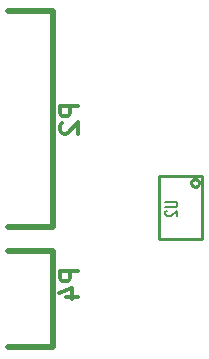
<source format=gbo>
G04 (created by PCBNEW-RS274X (2011-nov-30)-testing) date Fri 09 Dec 2011 12:36:33 PM CST*
G01*
G70*
G90*
%MOIN*%
G04 Gerber Fmt 3.4, Leading zero omitted, Abs format*
%FSLAX34Y34*%
G04 APERTURE LIST*
%ADD10C,0.006000*%
%ADD11C,0.010000*%
%ADD12C,0.020000*%
%ADD13C,0.007500*%
%ADD14C,0.012000*%
G04 APERTURE END LIST*
G54D10*
G54D11*
X05230Y-14080D02*
X05230Y-16180D01*
X05230Y-16180D02*
X06680Y-16180D01*
X06680Y-16180D02*
X06680Y-14080D01*
X06680Y-14080D02*
X05230Y-14080D01*
X06564Y-14313D02*
X06561Y-14337D01*
X06554Y-14361D01*
X06542Y-14383D01*
X06526Y-14403D01*
X06507Y-14419D01*
X06485Y-14430D01*
X06461Y-14438D01*
X06436Y-14440D01*
X06413Y-14438D01*
X06389Y-14431D01*
X06366Y-14420D01*
X06347Y-14404D01*
X06331Y-14385D01*
X06319Y-14363D01*
X06311Y-14339D01*
X06309Y-14314D01*
X06311Y-14290D01*
X06317Y-14266D01*
X06329Y-14244D01*
X06344Y-14225D01*
X06363Y-14208D01*
X06385Y-14196D01*
X06409Y-14188D01*
X06434Y-14186D01*
X06458Y-14187D01*
X06482Y-14194D01*
X06504Y-14205D01*
X06524Y-14221D01*
X06540Y-14240D01*
X06552Y-14261D01*
X06560Y-14285D01*
X06563Y-14310D01*
X06564Y-14313D01*
G54D12*
X00200Y-15800D02*
X01700Y-15800D01*
X01700Y-15800D02*
X01700Y-08600D01*
X01700Y-08600D02*
X00200Y-08600D01*
X00200Y-19800D02*
X01700Y-19800D01*
X01700Y-19800D02*
X01700Y-16600D01*
X01700Y-16600D02*
X00200Y-16600D01*
G54D13*
X05447Y-14951D02*
X05771Y-14951D01*
X05809Y-14966D01*
X05828Y-14980D01*
X05847Y-15009D01*
X05847Y-15066D01*
X05828Y-15094D01*
X05809Y-15109D01*
X05771Y-15123D01*
X05447Y-15123D01*
X05485Y-15251D02*
X05466Y-15265D01*
X05447Y-15294D01*
X05447Y-15365D01*
X05466Y-15394D01*
X05485Y-15408D01*
X05523Y-15423D01*
X05561Y-15423D01*
X05618Y-15408D01*
X05847Y-15237D01*
X05847Y-15423D01*
G54D14*
X02543Y-11758D02*
X01943Y-11758D01*
X01943Y-11986D01*
X01971Y-12044D01*
X02000Y-12072D01*
X02057Y-12101D01*
X02143Y-12101D01*
X02200Y-12072D01*
X02229Y-12044D01*
X02257Y-11986D01*
X02257Y-11758D01*
X02000Y-12329D02*
X01971Y-12358D01*
X01943Y-12415D01*
X01943Y-12558D01*
X01971Y-12615D01*
X02000Y-12644D01*
X02057Y-12672D01*
X02114Y-12672D01*
X02200Y-12644D01*
X02543Y-12301D01*
X02543Y-12672D01*
X02543Y-17258D02*
X01943Y-17258D01*
X01943Y-17486D01*
X01971Y-17544D01*
X02000Y-17572D01*
X02057Y-17601D01*
X02143Y-17601D01*
X02200Y-17572D01*
X02229Y-17544D01*
X02257Y-17486D01*
X02257Y-17258D01*
X02143Y-18115D02*
X02543Y-18115D01*
X01914Y-17972D02*
X02343Y-17829D01*
X02343Y-18201D01*
M02*

</source>
